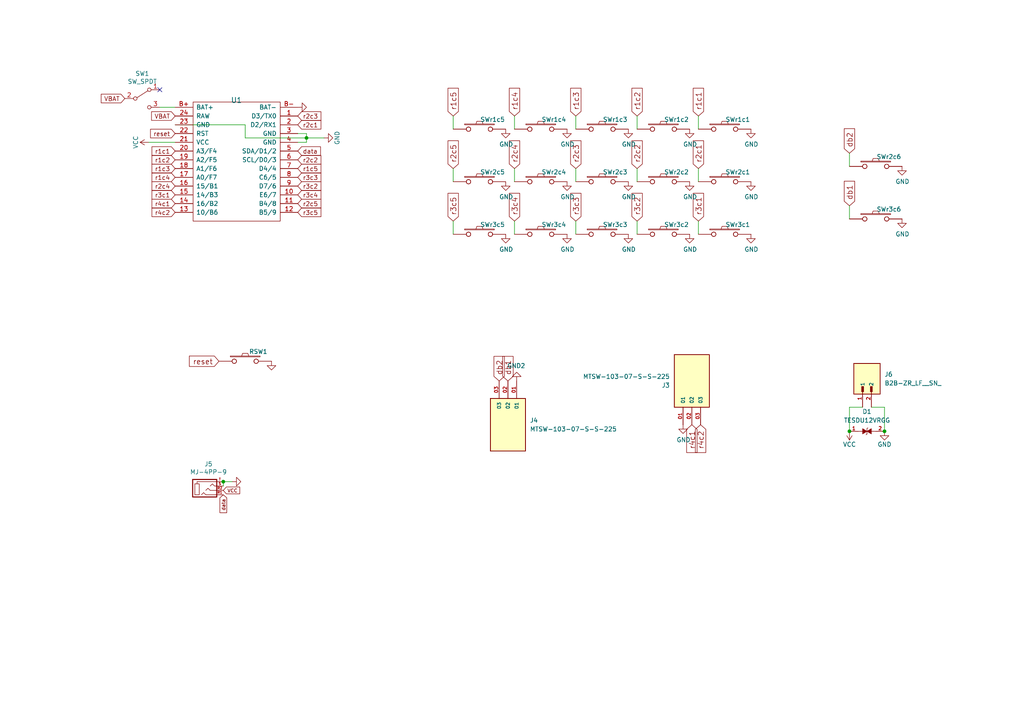
<source format=kicad_sch>
(kicad_sch (version 20250114) (generator "eeschema") (generator_version "9.0")
  (paper "A4")
  (lib_symbols
    (symbol "B2B-ZR_LF__SN_:B2B-ZR_LF__SN_" (pin_names (offset 1.016))
      (property "Reference" "J" (at -3.81 6.35 0))
      (property "Value" "B2B-ZR_LF__SN_" (at -4.064 -5.08 0))
      (symbol "B2B-ZR_LF__SN__0_0"
        (rectangle (start -3.81 -2.54) (end 5.08 5.08) (stroke (width 0.254)) (fill (type background)))
        (rectangle (start -3.175 2.2225) (end -1.5875 2.8575) (stroke (width 0.1)) (fill (type outline)))
        (rectangle (start -3.175 -0.3175) (end -1.5875 0.3175) (stroke (width 0.1)) (fill (type outline)))
        (pin passive line (at -7.62 2.54 0) (length 5.08) (name "1") (number "1"))
        (pin passive line (at -7.62 0 0) (length 5.08) (name "2") (number "2"))
      )
    )
    (symbol "MTSW-103-07-S-S-225:MTSW-103-07-S-S-225" (pin_names (offset 1.016))
      (property "Reference" "J" (at -8.12 5.08 0))
      (property "Value" "MTSW-103-07-S-S-225" (at -7.62 -7.62 0))
      (symbol "MTSW-103-07-S-S-225_0_0"
        (rectangle (start -7.62 -5.08) (end 7.62 5.08) (stroke (width 0.254)) (fill (type background)))
        (pin passive line (at -12.7 2.54 0) (length 5.08) (name "01") (number "01"))
        (pin passive line (at -12.7 0 0) (length 5.08) (name "02") (number "02"))
        (pin passive line (at -12.7 -2.54 0) (length 5.08) (name "03") (number "03"))
      )
    )
    (symbol "PNCATEHO:ProMicro_r" (pin_names (offset 1.016))
      (property "Reference" "U1" (at 1.27 22.3774 0))
      (symbol "ProMicro_r_0_1"
        (rectangle (start -11.303 21.844) (end 13.97 -12.7))
      )
      (symbol "ProMicro_r_1_1"
        (pin power_in line (at -16.51 20.32 0) (length 5.08) (name "BAT+") (number "B+"))
        (pin power_out line (at -16.51 17.78 0) (length 5.08) (name "RAW") (number "24"))
        (pin power_in line (at -16.51 15.24 0) (length 5.08) (name "GND") (number "23"))
        (pin input line (at -16.51 12.7 0) (length 5.08) (name "RST") (number "22"))
        (pin power_in line (at -16.51 10.16 0) (length 5.08) (name "VCC") (number "21"))
        (pin bidirectional line (at -16.51 7.62 0) (length 5.08) (name "A3/F4") (number "20"))
        (pin bidirectional line (at -16.51 5.08 0) (length 5.08) (name "A2/F5") (number "19"))
        (pin bidirectional line (at -16.51 2.54 0) (length 5.08) (name "A1/F6") (number "18"))
        (pin bidirectional line (at -16.51 0 0) (length 5.08) (name "A0/F7") (number "17"))
        (pin bidirectional line (at -16.51 -2.54 0) (length 5.08) (name "15/B1") (number "16"))
        (pin bidirectional line (at -16.51 -5.08 0) (length 5.08) (name "14/B3") (number "15"))
        (pin bidirectional line (at -16.51 -7.62 0) (length 5.08) (name "16/B2") (number "14"))
        (pin bidirectional line (at -16.51 -10.16 0) (length 5.08) (name "10/B6") (number "13"))
        (pin power_in line (at 19.05 20.32 180) (length 5.08) (name "BAT-") (number "B-"))
        (pin bidirectional line (at 19.05 17.78 180) (length 5.08) (name "D3/TX0") (number "1"))
        (pin bidirectional line (at 19.05 15.24 180) (length 5.08) (name "D2/RX1") (number "2"))
        (pin power_in line (at 19.05 12.7 180) (length 5.08) (name "GND") (number "3"))
        (pin power_in line (at 19.05 10.16 180) (length 5.08) (name "GND") (number "4"))
        (pin bidirectional line (at 19.05 7.62 180) (length 5.08) (name "SDA/D1/2") (number "5"))
        (pin bidirectional line (at 19.05 5.08 180) (length 5.08) (name "SCL/D0/3") (number "6"))
        (pin bidirectional line (at 19.05 2.54 180) (length 5.08) (name "D4/4") (number "7"))
        (pin bidirectional line (at 19.05 0 180) (length 5.08) (name "C6/5") (number "8"))
        (pin bidirectional line (at 19.05 -2.54 180) (length 5.08) (name "D7/6") (number "9"))
        (pin bidirectional line (at 19.05 -5.08 180) (length 5.08) (name "E6/7") (number "10"))
        (pin bidirectional line (at 19.05 -7.62 180) (length 5.08) (name "B4/8") (number "11"))
        (pin bidirectional line (at 19.05 -10.16 180) (length 5.08) (name "B5/9") (number "12"))
      )
    )
    (symbol "Switch:SW_SPDT" (pin_names (offset 0) (hide yes))
      (property "Reference" "SW" (at 0 4.318 0))
      (property "Value" "SW_SPDT" (at 0 -5.08 0))
      (symbol "SW_SPDT_0_0"
        (circle (center -2.032 0) (radius 0.508))
        (circle (center 2.032 -2.54) (radius 0.508))
      )
      (symbol "SW_SPDT_0_1"
        (polyline (pts (xy -1.524 0.254) (xy 1.651 2.286)))
        (circle (center 2.032 2.54) (radius 0.508))
      )
      (symbol "SW_SPDT_1_1"
        (pin passive line (at -5.08 0 0) (length 2.54) (name "B") (number "2"))
        (pin passive line (at 5.08 2.54 180) (length 2.54) (name "A") (number "1"))
        (pin passive line (at 5.08 -2.54 180) (length 2.54) (name "C") (number "3"))
      )
    )
    (symbol "TESDU12VRGG:TESDU12VRGG" (pin_names (offset 1.016))
      (property "Reference" "D" (at -5.08 2.54 0))
      (property "Value" "TESDU12VRGG" (at -5.08 -5.08 0))
      (symbol "TESDU12VRGG_0_0"
        (polyline (pts (xy -1.27 0) (xy -2.54 0)) (stroke (width 0.1524)))
        (polyline (pts (xy 0 0.762) (xy 0.254 1.016)) (stroke (width 0.1524)))
        (polyline (pts (xy 0 0) (xy -1.27 -0.762) (xy -1.27 0.762) (xy 0 0)) (stroke (width 0.1524)) (fill (type outline)))
        (polyline (pts (xy 0 0) (xy 1.27 0.762) (xy 1.27 -0.762) (xy 0 0)) (stroke (width 0.1524)) (fill (type outline)))
        (polyline (pts (xy 0 -0.762) (xy -0.254 -1.016)) (stroke (width 0.1524)))
        (polyline (pts (xy 0 -0.762) (xy 0 0.762)) (stroke (width 0.1524)))
        (polyline (pts (xy 1.27 0) (xy 2.54 0)) (stroke (width 0.1524)))
        (pin passive line (at -5.08 0 0) (length 2.54) (name "~") (number "1"))
        (pin passive line (at 5.08 0 180) (length 2.54) (name "~") (number "2"))
      )
    )
    (symbol "enki_lib:MJ-4PP-9" (pin_names (offset 1.016))
      (property "Reference" "J1" (at 0.7874 7.0104 0))
      (property "Value" "MJ-4PP-9" (at 0.7874 4.699 0))
      (symbol "MJ-4PP-9_0_1"
        (polyline (pts (xy -2.54 1.27) (xy -2.54 1.905) (xy 3.175 1.905)))
        (rectangle (start -1.905 -1.905) (end -3.175 1.27))
        (polyline (pts (xy -1.27 -1.905) (xy -0.635 -1.27) (xy 0 -1.905) (xy 3.175 -1.905)))
        (polyline (pts (xy 0 -0.635) (xy 0.635 0) (xy 1.27 -0.635) (xy 3.175 -0.635)))
        (polyline (pts (xy 1.27 0.635) (xy 1.905 1.27) (xy 2.54 0.635) (xy 3.175 0.635)))
        (rectangle (start 3.175 2.54) (end -3.81 -2.54) (stroke (width 0.3048)))
      )
      (symbol "MJ-4PP-9_1_1"
        (pin input line (at 5.08 1.905 180) (length 2.0066) (name "~") (number "T"))
        (pin input line (at 5.08 0.635 180) (length 2.0066) (name "~") (number "S"))
        (pin input line (at 5.08 -0.635 180) (length 2.0066) (name "~") (number "R2"))
        (pin input line (at 5.08 -1.905 180) (length 2.0066) (name "~") (number "R1"))
      )
    )
    (symbol "enki_lib:SW_PUSH" (pin_numbers (hide yes)) (pin_names (offset 1.016) (hide yes))
      (property "Reference" "SW" (at 3.81 2.794 0))
      (property "Value" "SW_PUSH" (at 0 -2.032 0))
      (symbol "SW_PUSH_0_1"
        (rectangle (start -4.318 1.27) (end 4.318 1.524))
        (polyline (pts (xy -1.016 1.524) (xy -0.762 2.286) (xy 0.762 2.286) (xy 1.016 1.524)))
        (pin passive inverted (at -7.62 0 0) (length 5.08) (name "1") (number "1"))
        (pin passive inverted (at 7.62 0 180) (length 5.08) (name "2") (number "2"))
      )
    )
    (symbol "power:GND" (power) (pin_names (offset 0))
      (property "Value" "GND" (at 0 -3.81 0))
      (symbol "GND_0_1"
        (polyline (pts (xy 0 0) (xy 0 -1.27) (xy 1.27 -1.27) (xy 0 -2.54) (xy -1.27 -1.27) (xy 0 -1.27)))
      )
      (symbol "GND_1_1"
        (pin power_in line (at 0 0 270) (length 0) (hide yes) (name "GND") (number "1"))
      )
    )
    (symbol "power:VCC" (power) (pin_names (offset 0))
      (property "Value" "VCC" (at 0 3.81 0))
      (symbol "VCC_0_1"
        (polyline (pts (xy -0.762 1.27) (xy 0 2.54)))
        (polyline (pts (xy 0 2.54) (xy 0.762 1.27)))
        (polyline (pts (xy 0 0) (xy 0 2.54)))
      )
      (symbol "VCC_1_1"
        (pin power_in line (at 0 0 90) (length 0) (hide yes) (name "VCC") (number "1"))
      )
    )
  )
  (junction (at 256.54 125.095))
  (junction (at 64.77 139.7))
  (junction (at 246.38 125.095))
  (junction (at 88.9 40.005))
  (no_connect (at 46.355 26.035))
  (wire (pts (xy 167.005 64.135) (xy 167.005 67.945)))
  (wire (pts (xy 202.565 64.135) (xy 202.565 67.945)))
  (wire (pts (xy 246.38 118.11) (xy 250.19 118.11)))
  (wire (pts (xy 71.12 36.195) (xy 71.12 40.005)))
  (wire (pts (xy 184.785 64.135) (xy 184.785 67.945)))
  (wire (pts (xy 64.77 139.7) (xy 67.31 139.7)))
  (wire (pts (xy 46.355 31.115) (xy 50.8 31.115)))
  (wire (pts (xy 167.005 33.655) (xy 167.005 37.465)))
  (wire (pts (xy 131.445 64.135) (xy 131.445 67.945)))
  (wire (pts (xy 149.225 64.135) (xy 149.225 67.945)))
  (wire (pts (xy 202.565 48.895) (xy 202.565 52.705)))
  (wire (pts (xy 86.36 41.275) (xy 88.9 41.275)))
  (wire (pts (xy 149.225 33.655) (xy 149.225 37.465)))
  (wire (pts (xy 184.785 33.655) (xy 184.785 37.465)))
  (wire (pts (xy 246.38 125.095) (xy 246.38 118.11)))
  (wire (pts (xy 131.445 33.655) (xy 131.445 37.465)))
  (wire (pts (xy 246.38 44.45) (xy 246.38 48.26)))
  (wire (pts (xy 64.77 139.7) (xy 64.77 140.97)))
  (wire (pts (xy 256.54 125.095) (xy 256.54 118.11)))
  (wire (pts (xy 246.38 59.69) (xy 246.38 63.5)))
  (wire (pts (xy 88.9 41.275) (xy 88.9 40.005)))
  (wire (pts (xy 167.005 48.895) (xy 167.005 52.705)))
  (wire (pts (xy 71.12 40.005) (xy 88.9 40.005)))
  (wire (pts (xy 202.565 33.655) (xy 202.565 37.465)))
  (wire (pts (xy 50.8 36.195) (xy 71.12 36.195)))
  (wire (pts (xy 131.445 48.895) (xy 131.445 52.705)))
  (wire (pts (xy 256.54 118.11) (xy 252.73 118.11)))
  (wire (pts (xy 149.225 48.895) (xy 149.225 52.705)))
  (wire (pts (xy 88.9 40.005) (xy 93.98 40.005)))
  (wire (pts (xy 88.9 38.735) (xy 86.36 38.735)))
  (wire (pts (xy 88.9 40.005) (xy 88.9 38.735)))
  (wire (pts (xy 43.18 41.275) (xy 50.8 41.275)))
  (wire (pts (xy 184.785 48.895) (xy 184.785 52.705)))
  (global_label "r3c1" (shape input) (at 50.8 56.515 180) (property "Intersheetrefs" "${INTERSHEET_REFS}" (effects (hide yes))))
  (global_label "r2c3" (shape input) (at 86.36 33.655 0) (property "Intersheetrefs" "${INTERSHEET_REFS}" (effects (hide yes))))
  (global_label "r1c4" (shape input) (at 50.8 51.435 180) (property "Intersheetrefs" "${INTERSHEET_REFS}" (effects (hide yes))))
  (global_label "data" (shape input) (at 86.36 43.815 0) (property "Intersheetrefs" "${INTERSHEET_REFS}" (effects (hide yes))))
  (global_label "r2c5" (shape input) (at 131.445 48.895 90) (effects (font (size 1.524 1.524))) (property "Intersheetrefs" "${INTERSHEET_REFS}" (effects (hide yes))))
  (global_label "db1" (shape input) (at 147.32 110.49 90) (effects (font (size 1.524 1.524))) (property "Intersheetrefs" "${INTERSHEET_REFS}" (effects (hide yes))))
  (global_label "reset" (shape input) (at 50.8 38.735 180) (property "Intersheetrefs" "${INTERSHEET_REFS}" (effects (hide yes))))
  (global_label "r1c4" (shape input) (at 149.225 33.655 90) (effects (font (size 1.524 1.524))) (property "Intersheetrefs" "${INTERSHEET_REFS}" (effects (hide yes))))
  (global_label "r4c2" (shape input) (at 203.2 123.19 270) (effects (font (size 1.524 1.524))) (property "Intersheetrefs" "${INTERSHEET_REFS}" (effects (hide yes))))
  (global_label "r2c1" (shape input) (at 202.565 48.895 90) (effects (font (size 1.524 1.524))) (property "Intersheetrefs" "${INTERSHEET_REFS}" (effects (hide yes))))
  (global_label "r3c4" (shape input) (at 86.36 56.515 0) (property "Intersheetrefs" "${INTERSHEET_REFS}" (effects (hide yes))))
  (global_label "reset" (shape input) (at 63.5 104.775 180) (effects (font (size 1.524 1.524))) (property "Intersheetrefs" "${INTERSHEET_REFS}" (effects (hide yes))))
  (global_label "r3c3" (shape input) (at 86.36 51.435 0) (property "Intersheetrefs" "${INTERSHEET_REFS}" (effects (hide yes))))
  (global_label "db2" (shape input) (at 246.38 44.45 90) (effects (font (size 1.524 1.524))) (property "Intersheetrefs" "${INTERSHEET_REFS}" (effects (hide yes))))
  (global_label "r3c2" (shape input) (at 86.36 53.975 0) (property "Intersheetrefs" "${INTERSHEET_REFS}" (effects (hide yes))))
  (global_label "r1c3" (shape input) (at 50.8 48.895 180) (property "Intersheetrefs" "${INTERSHEET_REFS}" (effects (hide yes))))
  (global_label "r3c5" (shape input) (at 86.36 61.595 0) (property "Intersheetrefs" "${INTERSHEET_REFS}" (effects (hide yes))))
  (global_label "db1" (shape input) (at 246.38 59.69 90) (effects (font (size 1.524 1.524))) (property "Intersheetrefs" "${INTERSHEET_REFS}" (effects (hide yes))))
  (global_label "r3c2" (shape input) (at 184.785 64.135 90) (effects (font (size 1.524 1.524))) (property "Intersheetrefs" "${INTERSHEET_REFS}" (effects (hide yes))))
  (global_label "r3c1" (shape input) (at 202.565 64.135 90) (effects (font (size 1.524 1.524))) (property "Intersheetrefs" "${INTERSHEET_REFS}" (effects (hide yes))))
  (global_label "r2c2" (shape input) (at 86.36 46.355 0) (property "Intersheetrefs" "${INTERSHEET_REFS}" (effects (hide yes))))
  (global_label "r2c4" (shape input) (at 50.8 53.975 180) (property "Intersheetrefs" "${INTERSHEET_REFS}" (effects (hide yes))))
  (global_label "VBAT" (shape input) (at 36.195 28.575 180) (property "Intersheetrefs" "${INTERSHEET_REFS}" (effects (hide yes))))
  (global_label "r1c5" (shape input) (at 86.36 48.895 0) (property "Intersheetrefs" "${INTERSHEET_REFS}" (effects (hide yes))))
  (global_label "data" (shape input) (at 64.77 143.51 270) (effects (font (size 1 1))) (property "Intersheetrefs" "${INTERSHEET_REFS}" (effects (hide yes))))
  (global_label "r1c1" (shape input) (at 202.565 33.655 90) (effects (font (size 1.524 1.524))) (property "Intersheetrefs" "${INTERSHEET_REFS}" (effects (hide yes))))
  (global_label "r1c5" (shape input) (at 131.445 33.655 90) (effects (font (size 1.524 1.524))) (property "Intersheetrefs" "${INTERSHEET_REFS}" (effects (hide yes))))
  (global_label "r2c2" (shape input) (at 184.785 48.895 90) (effects (font (size 1.524 1.524))) (property "Intersheetrefs" "${INTERSHEET_REFS}" (effects (hide yes))))
  (global_label "db2" (shape input) (at 144.78 110.49 90) (effects (font (size 1.524 1.524))) (property "Intersheetrefs" "${INTERSHEET_REFS}" (effects (hide yes))))
  (global_label "r1c2" (shape input) (at 50.8 46.355 180) (property "Intersheetrefs" "${INTERSHEET_REFS}" (effects (hide yes))))
  (global_label "r3c5" (shape input) (at 131.445 64.135 90) (effects (font (size 1.524 1.524))) (property "Intersheetrefs" "${INTERSHEET_REFS}" (effects (hide yes))))
  (global_label "r2c3" (shape input) (at 167.005 48.895 90) (effects (font (size 1.524 1.524))) (property "Intersheetrefs" "${INTERSHEET_REFS}" (effects (hide yes))))
  (global_label "r2c5" (shape input) (at 86.36 59.055 0) (property "Intersheetrefs" "${INTERSHEET_REFS}" (effects (hide yes))))
  (global_label "r1c2" (shape input) (at 184.785 33.655 90) (effects (font (size 1.524 1.524))) (property "Intersheetrefs" "${INTERSHEET_REFS}" (effects (hide yes))))
  (global_label "r1c1" (shape input) (at 50.8 43.815 180) (property "Intersheetrefs" "${INTERSHEET_REFS}" (effects (hide yes))))
  (global_label "r4c1" (shape input) (at 200.66 123.19 270) (effects (font (size 1.524 1.524))) (property "Intersheetrefs" "${INTERSHEET_REFS}" (effects (hide yes))))
  (global_label "r3c3" (shape input) (at 167.005 64.135 90) (effects (font (size 1.524 1.524))) (property "Intersheetrefs" "${INTERSHEET_REFS}" (effects (hide yes))))
  (global_label "r3c4" (shape input) (at 149.225 64.135 90) (effects (font (size 1.524 1.524))) (property "Intersheetrefs" "${INTERSHEET_REFS}" (effects (hide yes))))
  (global_label "VCC" (shape input) (at 64.77 142.24 0) (effects (font (size 1 1))) (property "Intersheetrefs" "${INTERSHEET_REFS}" (effects (hide yes))))
  (global_label "r2c1" (shape input) (at 86.36 36.195 0) (property "Intersheetrefs" "${INTERSHEET_REFS}" (effects (hide yes))))
  (global_label "VBAT" (shape input) (at 50.8 33.655 180) (property "Intersheetrefs" "${INTERSHEET_REFS}" (effects (hide yes))))
  (global_label "r1c3" (shape input) (at 167.005 33.655 90) (effects (font (size 1.524 1.524))) (property "Intersheetrefs" "${INTERSHEET_REFS}" (effects (hide yes))))
  (global_label "r4c1" (shape input) (at 50.8 59.055 180) (property "Intersheetrefs" "${INTERSHEET_REFS}" (effects (hide yes))))
  (global_label "r2c4" (shape input) (at 149.225 48.895 90) (effects (font (size 1.524 1.524))) (property "Intersheetrefs" "${INTERSHEET_REFS}" (effects (hide yes))))
  (global_label "r4c2" (shape input) (at 50.8 61.595 180) (property "Intersheetrefs" "${INTERSHEET_REFS}" (effects (hide yes))))
  (symbol (lib_id "enki_lib:SW_PUSH") (at 192.405 52.705 0) (unit 1)
    (property "Reference" "SWr2c2" (at 196.215 49.911 0))
    (property "Value" "SW_PUSH" (effects (hide yes)))
    (property "Footprint" "my syms-foots:ChocV1_duplex_hotswap_topor" (effects (hide yes)))
  )
  (symbol (lib_id "power:GND") (at 198.12 123.19 0) (unit 1)
    (property "Reference" "#PWR0121" (effects (hide yes)))
    (property "Value" "GND" (at 198.247 127.5842 0))
  )
  (symbol (lib_id "power:GND") (at 200.025 67.945 0) (unit 1)
    (property "Reference" "#PWR0120" (effects (hide yes)))
    (property "Value" "GND" (at 200.152 72.3392 0))
  )
  (symbol (lib_id "MTSW-103-07-S-S-225:MTSW-103-07-S-S-225") (at 200.66 110.49 90) (unit 1)
    (property "Reference" "J3" (at 194.31 111.7601 90) (effects (justify left)))
    (property "Value" "MTSW-103-07-S-S-225" (at 194.31 109.2201 90) (effects (justify left)))
    (property "Footprint" "my syms-foots:RTLECS_MG03254_90_m" (effects (hide yes)))
    (property "MF" "Samtec" (effects (hide yes)))
    (property "Description_1" "\n                        \n                            HEADER, 3 CONTACTS, 1 ROW, THROUGH HOLE, 2.54 MM; Connector Systems:Board-to-Board; Pitch Spacing:2.54mm; No. of Rows:1Rows; No. of Contacts:3Contacts; Contact Termination Type:Through Hole; Product Range:MTSW Series; Gender:Header RoHS Compliant: Yes\n                        \n" (effects (hide yes)))
    (property "Package" "None" (effects (hide yes)))
    (property "Price" "None" (effects (hide yes)))
    (property "Check_prices" "https://www.snapeda.com/parts/MTSW10307SS225/Samtec/view-part/?ref=eda" (effects (hide yes)))
    (property "STANDARD" "Manufacturer Recommendations" (effects (hide yes)))
    (property "PARTREV" "R" (effects (hide yes)))
    (property "SnapEDA_Link" "https://www.snapeda.com/parts/MTSW10307SS225/Samtec/view-part/?ref=snap" (effects (hide yes)))
    (property "MP" "MTSW10307SS225" (effects (hide yes)))
    (property "Availability" "In Stock" (effects (hide yes)))
    (property "MANUFACTURER" "Samtec" (effects (hide yes)))
  )
  (symbol (lib_id "power:GND") (at 182.245 37.465 0) (unit 1)
    (property "Reference" "#PWR0107" (effects (hide yes)))
    (property "Value" "GND" (at 182.372 41.8592 0))
  )
  (symbol (lib_id "power:GND") (at 217.805 37.465 0) (unit 1)
    (property "Reference" "#PWR0117" (effects (hide yes)))
    (property "Value" "GND" (at 217.932 41.8592 0))
  )
  (symbol (lib_id "power:GND") (at 182.245 52.705 0) (unit 1)
    (property "Reference" "#PWR0106" (effects (hide yes)))
    (property "Value" "GND" (at 182.372 57.0992 0))
  )
  (symbol (lib_id "power:GND") (at 217.805 67.945 0) (unit 1)
    (property "Reference" "#PWR0119" (effects (hide yes)))
    (property "Value" "GND" (at 217.932 72.3392 0))
  )
  (symbol (lib_id "enki_lib:SW_PUSH") (at 174.625 52.705 0) (unit 1)
    (property "Reference" "SWr2c3" (at 178.435 49.911 0))
    (property "Value" "SW_PUSH" (effects (hide yes)))
    (property "Footprint" "my syms-foots:ChocV1_duplex_hotswap_topor" (effects (hide yes)))
  )
  (symbol (lib_id "power:VCC") (at 246.38 125.095 180) (unit 1)
    (property "Reference" "#PWR0122" (effects (hide yes)))
    (property "Value" "VCC" (at 246.38 128.905 0))
  )
  (symbol (lib_id "power:GND") (at 164.465 37.465 0) (unit 1)
    (property "Reference" "#PWR0105" (effects (hide yes)))
    (property "Value" "GND" (at 164.592 41.8592 0))
  )
  (symbol (lib_id "enki_lib:SW_PUSH") (at 210.185 37.465 0) (unit 1)
    (property "Reference" "SWr1c1" (at 213.995 34.671 0))
    (property "Value" "SW_PUSH" (effects (hide yes)))
    (property "Footprint" "my syms-foots:ChocV1_duplex_hotswap_topor" (effects (hide yes)))
  )
  (symbol (lib_id "power:VCC") (at 43.18 41.275 90) (unit 1)
    (property "Reference" "#PWR0104" (effects (hide yes)))
    (property "Value" "VCC" (at 39.37 41.275 0))
  )
  (symbol (lib_id "power:GND") (at 200.025 37.465 0) (unit 1)
    (property "Reference" "#PWR0111" (effects (hide yes)))
    (property "Value" "GND" (at 200.152 41.8592 0))
  )
  (symbol (lib_id "power:GND") (at 261.62 63.5 0) (unit 1)
    (property "Reference" "#PWR02" (effects (hide yes)))
    (property "Value" "GND" (at 261.747 67.8942 0))
  )
  (symbol (lib_id "enki_lib:MJ-4PP-9") (at 59.69 141.605 0) (unit 1)
    (property "Reference" "J5" (at 60.4774 134.5946 0))
    (property "Value" "MJ-4PP-9" (at 60.4774 136.906 0))
    (property "Footprint" "my syms-foots:TRRS-MJ-4PP-9_dual_topor" (effects (hide yes)))
  )
  (symbol (lib_id "enki_lib:SW_PUSH") (at 156.845 52.705 0) (unit 1)
    (property "Reference" "SWr2c4" (at 160.655 49.911 0))
    (property "Value" "SW_PUSH" (effects (hide yes)))
    (property "Footprint" "my syms-foots:ChocV1_duplex_hotswap_topor" (effects (hide yes)))
  )
  (symbol (lib_id "enki_lib:SW_PUSH") (at 254 48.26 0) (unit 1)
    (property "Reference" "SWr2c6" (at 257.81 45.466 0))
    (property "Value" "SW_PUSH" (effects (hide yes)))
    (property "Footprint" "my syms-foots:ChocV1_duplex_hotswap_topor" (effects (hide yes)))
  )
  (symbol (lib_id "power:GND") (at 149.86 110.49 180) (unit 1)
    (property "Reference" "#PWR04" (effects (hide yes)))
    (property "Value" "GND2" (at 149.733 106.0958 0))
  )
  (symbol (lib_id "enki_lib:SW_PUSH") (at 210.185 67.945 0) (unit 1)
    (property "Reference" "SWr3c1" (at 213.995 65.151 0))
    (property "Value" "SW_PUSH" (effects (hide yes)))
    (property "Footprint" "my syms-foots:ChocV1_duplex_hotswap_topor" (effects (hide yes)))
  )
  (symbol (lib_id "enki_lib:SW_PUSH") (at 174.625 37.465 0) (unit 1)
    (property "Reference" "SWr1c3" (at 178.435 34.671 0))
    (property "Value" "SW_PUSH" (effects (hide yes)))
    (property "Footprint" "my syms-foots:ChocV1_duplex_hotswap_topor" (effects (hide yes)))
  )
  (symbol (lib_id "enki_lib:SW_PUSH") (at 139.065 67.945 0) (unit 1)
    (property "Reference" "SWr3c5" (at 142.875 65.151 0))
    (property "Value" "SW_PUSH" (effects (hide yes)))
    (property "Footprint" "my syms-foots:ChocV1_duplex_hotswap_topor" (effects (hide yes)))
  )
  (symbol (lib_id "B2B-ZR_LF__SN_:B2B-ZR_LF__SN_") (at 252.73 110.49 90) (unit 1)
    (property "Reference" "J6" (at 256.54 108.5849 90) (effects (justify right)))
    (property "Value" "B2B-ZR_LF__SN_" (at 256.54 111.1249 90) (effects (justify right)))
    (property "Footprint" "my syms-foots:JST_B2B-ZR_LF__SN_" (effects (hide yes)))
    (property "MF" "JST Corporation" (effects (hide yes)))
    (property "MAXIMUM_PACKAGE_HEIGHT" "4.5 mm" (effects (hide yes)))
    (property "Package" "None" (effects (hide yes)))
    (property "Price" "None" (effects (hide yes)))
    (property "Check_prices" "https://www.snapeda.com/parts/B2B-ZR%20(LF)(SN)/JST/view-part/?ref=eda" (effects (hide yes)))
    (property "STANDARD" "Manufacturer Recommendations" (effects (hide yes)))
    (property "PARTREV" "NA" (effects (hide yes)))
    (property "SnapEDA_Link" "https://www.snapeda.com/parts/B2B-ZR%20(LF)(SN)/JST/view-part/?ref=snap" (effects (hide yes)))
    (property "MP" "B2B-ZR (LF)(SN)" (effects (hide yes)))
    (property "Description_1" "\n                        \n                            Conn Shrouded Header (4 Sides) HDR 2 POS 1.5mm Solder ST Top Entry Thru-Hole Box\n                        \n" (effects (hide yes)))
    (property "Availability" "In Stock" (effects (hide yes)))
    (property "MANUFACTURER" "JST Sales America Inc." (effects (hide yes)))
  )
  (symbol (lib_id "power:GND") (at 256.54 125.095 0) (unit 1)
    (property "Reference" "#PWR0123" (effects (hide yes)))
    (property "Value" "GND" (at 256.54 128.905 0))
  )
  (symbol (lib_id "power:GND") (at 217.805 52.705 0) (unit 1)
    (property "Reference" "#PWR0118" (effects (hide yes)))
    (property "Value" "GND" (at 217.932 57.0992 0))
  )
  (symbol (lib_id "power:GND") (at 200.025 52.705 0) (unit 1)
    (property "Reference" "#PWR0108" (effects (hide yes)))
    (property "Value" "GND" (at 200.152 57.0992 0))
  )
  (symbol (lib_id "power:GND") (at 164.465 67.945 0) (unit 1)
    (property "Reference" "#PWR0110" (effects (hide yes)))
    (property "Value" "GND" (at 164.592 72.3392 0))
  )
  (symbol (lib_id "power:GND") (at 67.31 139.7 90) (unit 1)
    (property "Reference" "#PWR03" (effects (hide yes)))
    (property "Value" "GND" (effects (hide yes)))
  )
  (symbol (lib_id "power:GND") (at 164.465 52.705 0) (unit 1)
    (property "Reference" "#PWR0109" (effects (hide yes)))
    (property "Value" "GND" (at 164.592 57.0992 0))
  )
  (symbol (lib_id "power:GND") (at 146.685 37.465 0) (unit 1)
    (property "Reference" "#PWR0114" (effects (hide yes)))
    (property "Value" "GND" (at 146.812 41.8592 0))
  )
  (symbol (lib_id "enki_lib:SW_PUSH") (at 192.405 37.465 0) (unit 1)
    (property "Reference" "SWr1c2" (at 196.215 34.671 0))
    (property "Value" "SW_PUSH" (effects (hide yes)))
    (property "Footprint" "my syms-foots:ChocV1_duplex_hotswap_topor" (effects (hide yes)))
  )
  (symbol (lib_id "power:GND") (at 261.62 48.26 0) (unit 1)
    (property "Reference" "#PWR01" (effects (hide yes)))
    (property "Value" "GND" (at 261.747 52.6542 0))
  )
  (symbol (lib_id "Switch:SW_SPDT") (at 41.275 28.575 0) (unit 1)
    (property "Reference" "SW1" (at 41.275 21.336 0))
    (property "Value" "SW_SPDT" (at 41.275 23.6474 0))
    (property "Footprint" "my syms-foots:switch_MSK-12C02_smd_x2_topor" (effects (hide yes)))
  )
  (symbol (lib_id "PNCATEHO:ProMicro_r") (at 67.31 51.435 0) (unit 1)
    (property "Reference" "U1" (at 68.58 29.0576 0) (effects (font (size 1.524 1.524))))
    (property "Value" "ProMicro_r" (effects (hide yes)))
    (property "Footprint" "my syms-foots:ProMicro_duplex_clean" (effects (hide yes)))
  )
  (symbol (lib_id "power:GND") (at 146.685 52.705 0) (unit 1)
    (property "Reference" "#PWR0112" (effects (hide yes)))
    (property "Value" "GND" (at 146.812 57.0992 0))
  )
  (symbol (lib_id "enki_lib:SW_PUSH") (at 139.065 52.705 0) (unit 1)
    (property "Reference" "SWr2c5" (at 142.875 49.911 0))
    (property "Value" "SW_PUSH" (effects (hide yes)))
    (property "Footprint" "my syms-foots:ChocV1_duplex_hotswap_topor" (effects (hide yes)))
  )
  (symbol (lib_id "enki_lib:SW_PUSH") (at 210.185 52.705 0) (unit 1)
    (property "Reference" "SWr2c1" (at 213.995 49.911 0))
    (property "Value" "SW_PUSH" (effects (hide yes)))
    (property "Footprint" "my syms-foots:ChocV1_duplex_hotswap_topor" (effects (hide yes)))
  )
  (symbol (lib_id "enki_lib:SW_PUSH") (at 192.405 67.945 0) (unit 1)
    (property "Reference" "SWr3c2" (at 196.215 65.151 0))
    (property "Value" "SW_PUSH" (effects (hide yes)))
    (property "Footprint" "my syms-foots:ChocV1_duplex_hotswap_topor" (effects (hide yes)))
  )
  (symbol (lib_id "enki_lib:SW_PUSH") (at 254 63.5 0) (unit 1)
    (property "Reference" "SWr3c6" (at 257.81 60.706 0))
    (property "Value" "SW_PUSH" (effects (hide yes)))
    (property "Footprint" "my syms-foots:ChocV1_duplex_hotswap_topor" (effects (hide yes)))
  )
  (symbol (lib_id "enki_lib:SW_PUSH") (at 139.065 37.465 0) (unit 1)
    (property "Reference" "SWr1c5" (at 142.875 34.671 0))
    (property "Value" "SW_PUSH" (effects (hide yes)))
    (property "Footprint" "my syms-foots:ChocV1_duplex_hotswap_topor" (effects (hide yes)))
  )
  (symbol (lib_id "power:GND") (at 86.36 31.115 90) (unit 1)
    (property "Reference" "#PWR0116" (effects (hide yes)))
    (property "Value" "GND" (effects (hide yes)))
  )
  (symbol (lib_id "power:GND") (at 182.245 67.945 0) (unit 1)
    (property "Reference" "#PWR0125" (effects (hide yes)))
    (property "Value" "GND" (at 182.372 72.3392 0))
  )
  (symbol (lib_id "MTSW-103-07-S-S-225:MTSW-103-07-S-S-225") (at 147.32 123.19 270) (unit 1)
    (property "Reference" "J4" (at 153.67 121.9199 90) (effects (justify left)))
    (property "Value" "MTSW-103-07-S-S-225" (at 153.67 124.4599 90) (effects (justify left)))
    (property "Footprint" "my syms-foots:RTLECS_MG03254_f" (effects (hide yes)))
    (property "MF" "Samtec" (effects (hide yes)))
    (property "Description_1" "\n                        \n                            HEADER, 3 CONTACTS, 1 ROW, THROUGH HOLE, 2.54 MM; Connector Systems:Board-to-Board; Pitch Spacing:2.54mm; No. of Rows:1Rows; No. of Contacts:3Contacts; Contact Termination Type:Through Hole; Product Range:MTSW Series; Gender:Header RoHS Compliant: Yes\n                        \n" (effects (hide yes)))
    (property "Package" "None" (effects (hide yes)))
    (property "Price" "None" (effects (hide yes)))
    (property "Check_prices" "https://www.snapeda.com/parts/MTSW10307SS225/Samtec/view-part/?ref=eda" (effects (hide yes)))
    (property "STANDARD" "Manufacturer Recommendations" (effects (hide yes)))
    (property "PARTREV" "R" (effects (hide yes)))
    (property "SnapEDA_Link" "https://www.snapeda.com/parts/MTSW10307SS225/Samtec/view-part/?ref=snap" (effects (hide yes)))
    (property "MP" "MTSW10307SS225" (effects (hide yes)))
    (property "Availability" "In Stock" (effects (hide yes)))
    (property "MANUFACTURER" "Samtec" (effects (hide yes)))
  )
  (symbol (lib_id "enki_lib:SW_PUSH") (at 71.12 104.775 0) (unit 1)
    (property "Reference" "RSW1" (at 74.93 101.981 0))
    (property "Value" "SW_PUSH" (effects (hide yes)))
    (property "Footprint" "my syms-foots:reset-SW_3x4x2_2legs_x2" (effects (hide yes)))
  )
  (symbol (lib_id "enki_lib:SW_PUSH") (at 156.845 37.465 0) (unit 1)
    (property "Reference" "SWr1c4" (at 160.655 34.671 0))
    (property "Value" "SW_PUSH" (effects (hide yes)))
    (property "Footprint" "my syms-foots:ChocV1_duplex_hotswap_topor" (effects (hide yes)))
  )
  (symbol (lib_id "TESDU12VRGG:TESDU12VRGG") (at 251.46 125.095 0) (unit 1)
    (property "Reference" "D1" (at 251.46 119.38 0))
    (property "Value" "TESDU12VRGG" (at 251.46 121.92 0))
    (property "Footprint" "my syms-foots:TVS-P6SMBJ5.0CA" (effects (hide yes)))
    (property "MF" "Taiwan Semiconductor" (effects (hide yes)))
    (property "MAXIMUM_PACKAGE_HEIGHT" "0.85 mm" (effects (hide yes)))
    (property "Package" "0603 Taiwan Semiconductor" (effects (hide yes)))
    (property "Price" "None" (effects (hide yes)))
    (property "Check_prices" "https://www.snapeda.com/parts/TESDU12VRGG/taiwan/view-part/?ref=eda" (effects (hide yes)))
    (property "STANDARD" "Manufacturer Recommendations" (effects (hide yes)))
    (property "PARTREV" "H1601" (effects (hide yes)))
    (property "SnapEDA_Link" "https://www.snapeda.com/parts/TESDU12VRGG/taiwan/view-part/?ref=snap" (effects (hide yes)))
    (property "MP" "TESDU12VRGG" (effects (hide yes)))
    (property "Description_1" "33V Clamp 5A Ipp Tvs Diode Surface Mount 0603" (effects (hide yes)))
    (property "Availability" "In Stock" (effects (hide yes)))
    (property "MANUFACTURER" "Taiwan Semiconductor" (effects (hide yes)))
  )
  (symbol (lib_id "power:GND") (at 146.685 67.945 0) (unit 1)
    (property "Reference" "#PWR0113" (effects (hide yes)))
    (property "Value" "GND" (at 146.812 72.3392 0))
  )
  (symbol (lib_id "power:GND") (at 78.74 104.775 0) (unit 1)
    (property "Reference" "#PWR0101" (effects (hide yes)))
    (property "Value" "GND" (effects (hide yes)))
  )
  (symbol (lib_id "power:GND") (at 93.98 40.005 90) (unit 1)
    (property "Reference" "#PWR0103" (effects (hide yes)))
    (property "Value" "GND" (at 97.79 40.005 0))
  )
  (symbol (lib_id "enki_lib:SW_PUSH") (at 156.845 67.945 0) (unit 1)
    (property "Reference" "SWr3c4" (at 160.655 65.151 0))
    (property "Value" "SW_PUSH" (effects (hide yes)))
    (property "Footprint" "my syms-foots:ChocV1_duplex_hotswap_topor" (effects (hide yes)))
  )
  (symbol (lib_id "enki_lib:SW_PUSH") (at 174.625 67.945 0) (unit 1)
    (property "Reference" "SWr3c3" (at 178.435 65.151 0))
    (property "Value" "SW_PUSH" (effects (hide yes)))
    (property "Footprint" "my syms-foots:ChocV1_duplex_hotswap_topor" (effects (hide yes)))
  )
)
</source>
